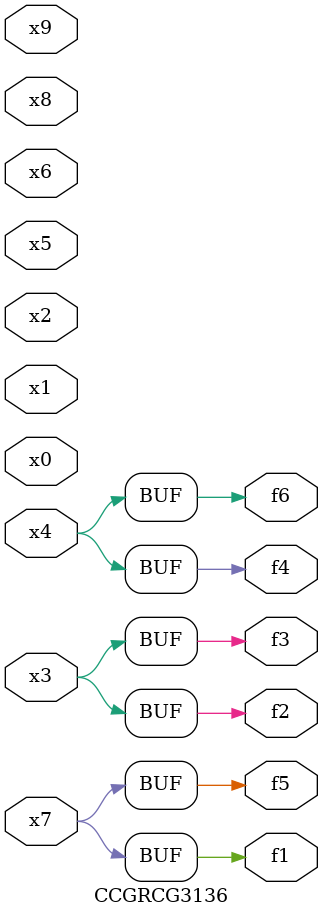
<source format=v>
module CCGRCG3136(
	input x0, x1, x2, x3, x4, x5, x6, x7, x8, x9,
	output f1, f2, f3, f4, f5, f6
);
	assign f1 = x7;
	assign f2 = x3;
	assign f3 = x3;
	assign f4 = x4;
	assign f5 = x7;
	assign f6 = x4;
endmodule

</source>
